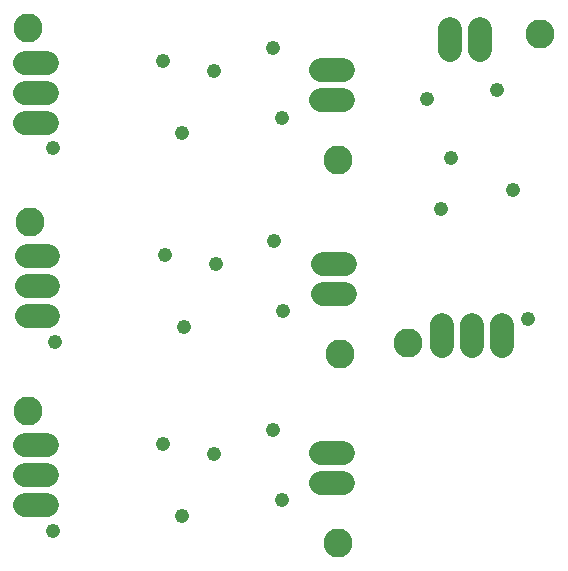
<source format=gbs>
G75*
G70*
%OFA0B0*%
%FSLAX24Y24*%
%IPPOS*%
%LPD*%
%AMOC8*
5,1,8,0,0,1.08239X$1,22.5*
%
%ADD10C,0.0970*%
%ADD11C,0.0789*%
%ADD12C,0.0476*%
D10*
X001900Y014448D03*
X001960Y020758D03*
X001900Y027198D03*
X012210Y022798D03*
X014550Y016698D03*
X012270Y016358D03*
X012210Y010048D03*
X018950Y027008D03*
D11*
X016950Y027173D02*
X016950Y026464D01*
X015950Y026464D02*
X015950Y027173D01*
X012374Y025798D02*
X011666Y025798D01*
X011666Y024798D02*
X012374Y024798D01*
X012434Y019358D02*
X011726Y019358D01*
X011726Y018358D02*
X012434Y018358D01*
X015700Y017303D02*
X015700Y016594D01*
X016700Y016594D02*
X016700Y017303D01*
X017700Y017303D02*
X017700Y016594D01*
X012374Y013048D02*
X011666Y013048D01*
X011666Y012048D02*
X012374Y012048D01*
X002504Y012298D02*
X001796Y012298D01*
X001796Y011298D02*
X002504Y011298D01*
X002504Y013298D02*
X001796Y013298D01*
X001856Y017608D02*
X002564Y017608D01*
X002564Y018608D02*
X001856Y018608D01*
X001856Y019608D02*
X002564Y019608D01*
X002504Y024048D02*
X001796Y024048D01*
X001796Y025048D02*
X002504Y025048D01*
X002504Y026048D02*
X001796Y026048D01*
D12*
X002720Y010448D03*
X006380Y013348D03*
X008080Y013018D03*
X007020Y010948D03*
X010040Y013808D03*
X010340Y011468D03*
X007080Y017258D03*
X008140Y019328D03*
X006440Y019658D03*
X007020Y023698D03*
X008080Y025768D03*
X006380Y026098D03*
X010040Y026558D03*
X010340Y024218D03*
X010100Y020118D03*
X010400Y017778D03*
X015650Y021178D03*
X015980Y022878D03*
X015190Y024838D03*
X017530Y025138D03*
X018050Y021818D03*
X018550Y017518D03*
X002780Y016758D03*
X002720Y023198D03*
M02*

</source>
